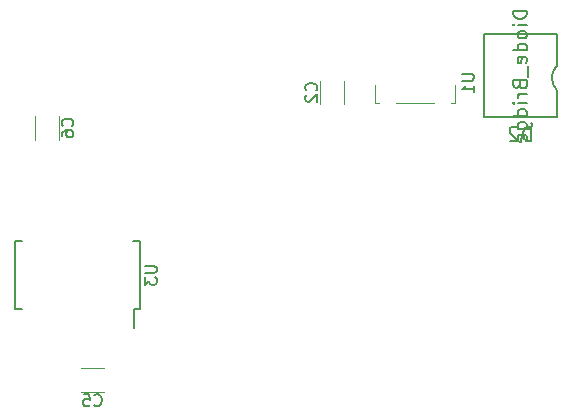
<source format=gbr>
G04 #@! TF.GenerationSoftware,KiCad,Pcbnew,(5.0.2)-1*
G04 #@! TF.CreationDate,2019-01-28T20:15:30+01:00*
G04 #@! TF.ProjectId,plyta_glowna,706c7974-615f-4676-9c6f-776e612e6b69,rev?*
G04 #@! TF.SameCoordinates,Original*
G04 #@! TF.FileFunction,Legend,Bot*
G04 #@! TF.FilePolarity,Positive*
%FSLAX46Y46*%
G04 Gerber Fmt 4.6, Leading zero omitted, Abs format (unit mm)*
G04 Created by KiCad (PCBNEW (5.0.2)-1) date 2019-01-28 20:15:30*
%MOMM*%
%LPD*%
G01*
G04 APERTURE LIST*
%ADD10C,0.120000*%
%ADD11C,0.150000*%
G04 APERTURE END LIST*
D10*
G04 #@! TO.C,C2*
X67060000Y-50840000D02*
X67060000Y-52840000D01*
X65020000Y-52840000D02*
X65020000Y-50840000D01*
G04 #@! TO.C,C5*
X44720000Y-75180000D02*
X46720000Y-75180000D01*
X46720000Y-77220000D02*
X44720000Y-77220000D01*
G04 #@! TO.C,C6*
X42930000Y-53840000D02*
X42930000Y-55840000D01*
X40890000Y-55840000D02*
X40890000Y-53840000D01*
D11*
G04 #@! TO.C,D2*
X85084120Y-53932040D02*
X85084120Y-51671440D01*
X85084120Y-46921640D02*
X85084120Y-49588640D01*
X85058720Y-51646040D02*
G75*
G02X85033320Y-49588640I1016000J1041400D01*
G01*
X84093520Y-53932040D02*
X85084120Y-53932040D01*
X84085320Y-53926840D02*
X78885320Y-53926840D01*
X78885320Y-53926840D02*
X78885320Y-46926840D01*
X78885320Y-46926840D02*
X85085320Y-46926840D01*
D10*
G04 #@! TO.C,U1*
X69625000Y-52725000D02*
X70025000Y-52725000D01*
X69625000Y-51225000D02*
X69625000Y-52725000D01*
X71425000Y-52725000D02*
X74625000Y-52725000D01*
X76425000Y-52725000D02*
X76425000Y-51225000D01*
X76075000Y-52725000D02*
X76425000Y-52725000D01*
D11*
G04 #@! TO.C,U3*
X49200000Y-70185000D02*
X49200000Y-71785000D01*
X39125000Y-70185000D02*
X39125000Y-64435000D01*
X49775000Y-70185000D02*
X49775000Y-64435000D01*
X39125000Y-70185000D02*
X39775000Y-70185000D01*
X39125000Y-64435000D02*
X39775000Y-64435000D01*
X49775000Y-64435000D02*
X49125000Y-64435000D01*
X49775000Y-70185000D02*
X49200000Y-70185000D01*
G04 #@! TO.C,C2*
X64647142Y-51673333D02*
X64694761Y-51625714D01*
X64742380Y-51482857D01*
X64742380Y-51387619D01*
X64694761Y-51244761D01*
X64599523Y-51149523D01*
X64504285Y-51101904D01*
X64313809Y-51054285D01*
X64170952Y-51054285D01*
X63980476Y-51101904D01*
X63885238Y-51149523D01*
X63790000Y-51244761D01*
X63742380Y-51387619D01*
X63742380Y-51482857D01*
X63790000Y-51625714D01*
X63837619Y-51673333D01*
X63837619Y-52054285D02*
X63790000Y-52101904D01*
X63742380Y-52197142D01*
X63742380Y-52435238D01*
X63790000Y-52530476D01*
X63837619Y-52578095D01*
X63932857Y-52625714D01*
X64028095Y-52625714D01*
X64170952Y-52578095D01*
X64742380Y-52006666D01*
X64742380Y-52625714D01*
G04 #@! TO.C,C5*
X45886666Y-78307142D02*
X45934285Y-78354761D01*
X46077142Y-78402380D01*
X46172380Y-78402380D01*
X46315238Y-78354761D01*
X46410476Y-78259523D01*
X46458095Y-78164285D01*
X46505714Y-77973809D01*
X46505714Y-77830952D01*
X46458095Y-77640476D01*
X46410476Y-77545238D01*
X46315238Y-77450000D01*
X46172380Y-77402380D01*
X46077142Y-77402380D01*
X45934285Y-77450000D01*
X45886666Y-77497619D01*
X44981904Y-77402380D02*
X45458095Y-77402380D01*
X45505714Y-77878571D01*
X45458095Y-77830952D01*
X45362857Y-77783333D01*
X45124761Y-77783333D01*
X45029523Y-77830952D01*
X44981904Y-77878571D01*
X44934285Y-77973809D01*
X44934285Y-78211904D01*
X44981904Y-78307142D01*
X45029523Y-78354761D01*
X45124761Y-78402380D01*
X45362857Y-78402380D01*
X45458095Y-78354761D01*
X45505714Y-78307142D01*
G04 #@! TO.C,C6*
X44017142Y-54673333D02*
X44064761Y-54625714D01*
X44112380Y-54482857D01*
X44112380Y-54387619D01*
X44064761Y-54244761D01*
X43969523Y-54149523D01*
X43874285Y-54101904D01*
X43683809Y-54054285D01*
X43540952Y-54054285D01*
X43350476Y-54101904D01*
X43255238Y-54149523D01*
X43160000Y-54244761D01*
X43112380Y-54387619D01*
X43112380Y-54482857D01*
X43160000Y-54625714D01*
X43207619Y-54673333D01*
X43112380Y-55530476D02*
X43112380Y-55340000D01*
X43160000Y-55244761D01*
X43207619Y-55197142D01*
X43350476Y-55101904D01*
X43540952Y-55054285D01*
X43921904Y-55054285D01*
X44017142Y-55101904D01*
X44064761Y-55149523D01*
X44112380Y-55244761D01*
X44112380Y-55435238D01*
X44064761Y-55530476D01*
X44017142Y-55578095D01*
X43921904Y-55625714D01*
X43683809Y-55625714D01*
X43588571Y-55578095D01*
X43540952Y-55530476D01*
X43493333Y-55435238D01*
X43493333Y-55244761D01*
X43540952Y-55149523D01*
X43588571Y-55101904D01*
X43683809Y-55054285D01*
G04 #@! TO.C,D2*
X82871034Y-55949097D02*
X82871034Y-54749097D01*
X82585320Y-54749097D01*
X82413891Y-54806240D01*
X82299605Y-54920525D01*
X82242462Y-55034811D01*
X82185320Y-55263382D01*
X82185320Y-55434811D01*
X82242462Y-55663382D01*
X82299605Y-55777668D01*
X82413891Y-55891954D01*
X82585320Y-55949097D01*
X82871034Y-55949097D01*
X81728177Y-54863382D02*
X81671034Y-54806240D01*
X81556748Y-54749097D01*
X81271034Y-54749097D01*
X81156748Y-54806240D01*
X81099605Y-54863382D01*
X81042462Y-54977668D01*
X81042462Y-55091954D01*
X81099605Y-55263382D01*
X81785320Y-55949097D01*
X81042462Y-55949097D01*
X82528177Y-44912554D02*
X81328177Y-44912554D01*
X81328177Y-45198268D01*
X81385320Y-45369697D01*
X81499605Y-45483982D01*
X81613891Y-45541125D01*
X81842462Y-45598268D01*
X82013891Y-45598268D01*
X82242462Y-45541125D01*
X82356748Y-45483982D01*
X82471034Y-45369697D01*
X82528177Y-45198268D01*
X82528177Y-44912554D01*
X82528177Y-46112554D02*
X81728177Y-46112554D01*
X81328177Y-46112554D02*
X81385320Y-46055411D01*
X81442462Y-46112554D01*
X81385320Y-46169697D01*
X81328177Y-46112554D01*
X81442462Y-46112554D01*
X82528177Y-46855411D02*
X82471034Y-46741125D01*
X82413891Y-46683982D01*
X82299605Y-46626840D01*
X81956748Y-46626840D01*
X81842462Y-46683982D01*
X81785320Y-46741125D01*
X81728177Y-46855411D01*
X81728177Y-47026840D01*
X81785320Y-47141125D01*
X81842462Y-47198268D01*
X81956748Y-47255411D01*
X82299605Y-47255411D01*
X82413891Y-47198268D01*
X82471034Y-47141125D01*
X82528177Y-47026840D01*
X82528177Y-46855411D01*
X82528177Y-48283982D02*
X81328177Y-48283982D01*
X82471034Y-48283982D02*
X82528177Y-48169697D01*
X82528177Y-47941125D01*
X82471034Y-47826840D01*
X82413891Y-47769697D01*
X82299605Y-47712554D01*
X81956748Y-47712554D01*
X81842462Y-47769697D01*
X81785320Y-47826840D01*
X81728177Y-47941125D01*
X81728177Y-48169697D01*
X81785320Y-48283982D01*
X82471034Y-49312554D02*
X82528177Y-49198268D01*
X82528177Y-48969697D01*
X82471034Y-48855411D01*
X82356748Y-48798268D01*
X81899605Y-48798268D01*
X81785320Y-48855411D01*
X81728177Y-48969697D01*
X81728177Y-49198268D01*
X81785320Y-49312554D01*
X81899605Y-49369697D01*
X82013891Y-49369697D01*
X82128177Y-48798268D01*
X82642462Y-49598268D02*
X82642462Y-50512554D01*
X81899605Y-51198268D02*
X81956748Y-51369697D01*
X82013891Y-51426840D01*
X82128177Y-51483982D01*
X82299605Y-51483982D01*
X82413891Y-51426840D01*
X82471034Y-51369697D01*
X82528177Y-51255411D01*
X82528177Y-50798268D01*
X81328177Y-50798268D01*
X81328177Y-51198268D01*
X81385320Y-51312554D01*
X81442462Y-51369697D01*
X81556748Y-51426840D01*
X81671034Y-51426840D01*
X81785320Y-51369697D01*
X81842462Y-51312554D01*
X81899605Y-51198268D01*
X81899605Y-50798268D01*
X82528177Y-51998268D02*
X81728177Y-51998268D01*
X81956748Y-51998268D02*
X81842462Y-52055411D01*
X81785320Y-52112554D01*
X81728177Y-52226840D01*
X81728177Y-52341125D01*
X82528177Y-52741125D02*
X81728177Y-52741125D01*
X81328177Y-52741125D02*
X81385320Y-52683982D01*
X81442462Y-52741125D01*
X81385320Y-52798268D01*
X81328177Y-52741125D01*
X81442462Y-52741125D01*
X82528177Y-53826840D02*
X81328177Y-53826840D01*
X82471034Y-53826840D02*
X82528177Y-53712554D01*
X82528177Y-53483982D01*
X82471034Y-53369697D01*
X82413891Y-53312554D01*
X82299605Y-53255411D01*
X81956748Y-53255411D01*
X81842462Y-53312554D01*
X81785320Y-53369697D01*
X81728177Y-53483982D01*
X81728177Y-53712554D01*
X81785320Y-53826840D01*
X81728177Y-54912554D02*
X82699605Y-54912554D01*
X82813891Y-54855411D01*
X82871034Y-54798268D01*
X82928177Y-54683982D01*
X82928177Y-54512554D01*
X82871034Y-54398268D01*
X82471034Y-54912554D02*
X82528177Y-54798268D01*
X82528177Y-54569697D01*
X82471034Y-54455411D01*
X82413891Y-54398268D01*
X82299605Y-54341125D01*
X81956748Y-54341125D01*
X81842462Y-54398268D01*
X81785320Y-54455411D01*
X81728177Y-54569697D01*
X81728177Y-54798268D01*
X81785320Y-54912554D01*
X82471034Y-55941125D02*
X82528177Y-55826840D01*
X82528177Y-55598268D01*
X82471034Y-55483982D01*
X82356748Y-55426840D01*
X81899605Y-55426840D01*
X81785320Y-55483982D01*
X81728177Y-55598268D01*
X81728177Y-55826840D01*
X81785320Y-55941125D01*
X81899605Y-55998268D01*
X82013891Y-55998268D01*
X82128177Y-55426840D01*
G04 #@! TO.C,U1*
X77027380Y-50263095D02*
X77836904Y-50263095D01*
X77932142Y-50310714D01*
X77979761Y-50358333D01*
X78027380Y-50453571D01*
X78027380Y-50644047D01*
X77979761Y-50739285D01*
X77932142Y-50786904D01*
X77836904Y-50834523D01*
X77027380Y-50834523D01*
X78027380Y-51834523D02*
X78027380Y-51263095D01*
X78027380Y-51548809D02*
X77027380Y-51548809D01*
X77170238Y-51453571D01*
X77265476Y-51358333D01*
X77313095Y-51263095D01*
G04 #@! TO.C,U3*
X50152380Y-66548095D02*
X50961904Y-66548095D01*
X51057142Y-66595714D01*
X51104761Y-66643333D01*
X51152380Y-66738571D01*
X51152380Y-66929047D01*
X51104761Y-67024285D01*
X51057142Y-67071904D01*
X50961904Y-67119523D01*
X50152380Y-67119523D01*
X50152380Y-67500476D02*
X50152380Y-68119523D01*
X50533333Y-67786190D01*
X50533333Y-67929047D01*
X50580952Y-68024285D01*
X50628571Y-68071904D01*
X50723809Y-68119523D01*
X50961904Y-68119523D01*
X51057142Y-68071904D01*
X51104761Y-68024285D01*
X51152380Y-67929047D01*
X51152380Y-67643333D01*
X51104761Y-67548095D01*
X51057142Y-67500476D01*
G04 #@! TD*
M02*

</source>
